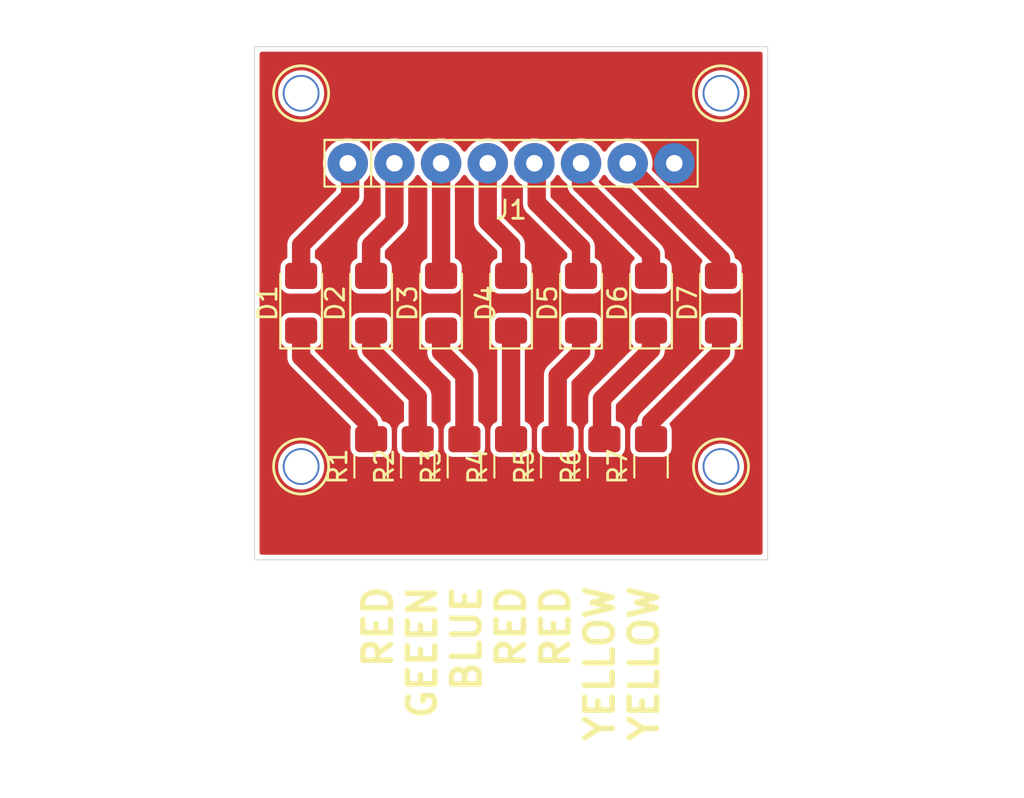
<source format=kicad_pcb>
(kicad_pcb (version 20171130) (host pcbnew "(5.1.6)-1")

  (general
    (thickness 1.6)
    (drawings 8)
    (tracks 39)
    (zones 0)
    (modules 19)
    (nets 16)
  )

  (page A4)
  (layers
    (0 F.Cu signal)
    (31 B.Cu signal)
    (32 B.Adhes user)
    (33 F.Adhes user)
    (34 B.Paste user)
    (35 F.Paste user)
    (36 B.SilkS user)
    (37 F.SilkS user)
    (38 B.Mask user)
    (39 F.Mask user)
    (40 Dwgs.User user)
    (41 Cmts.User user)
    (42 Eco1.User user)
    (43 Eco2.User user)
    (44 Edge.Cuts user)
    (45 Margin user)
    (46 B.CrtYd user)
    (47 F.CrtYd user)
    (48 B.Fab user)
    (49 F.Fab user)
  )

  (setup
    (last_trace_width 1)
    (user_trace_width 1)
    (user_trace_width 1.5)
    (trace_clearance 0.2)
    (zone_clearance 0.508)
    (zone_45_only no)
    (trace_min 0.2)
    (via_size 0.8)
    (via_drill 0.4)
    (via_min_size 0.4)
    (via_min_drill 0.3)
    (uvia_size 0.3)
    (uvia_drill 0.1)
    (uvias_allowed no)
    (uvia_min_size 0.2)
    (uvia_min_drill 0.1)
    (edge_width 0.05)
    (segment_width 0.2)
    (pcb_text_width 0.3)
    (pcb_text_size 1.5 1.5)
    (mod_edge_width 0.12)
    (mod_text_size 1 1)
    (mod_text_width 0.15)
    (pad_size 1.524 1.524)
    (pad_drill 0.762)
    (pad_to_mask_clearance 0.05)
    (aux_axis_origin 48.26 81.28)
    (grid_origin 48.26 81.28)
    (visible_elements 7FFFFFFF)
    (pcbplotparams
      (layerselection 0x010fc_ffffffff)
      (usegerberextensions false)
      (usegerberattributes true)
      (usegerberadvancedattributes true)
      (creategerberjobfile true)
      (excludeedgelayer true)
      (linewidth 0.100000)
      (plotframeref false)
      (viasonmask false)
      (mode 1)
      (useauxorigin false)
      (hpglpennumber 1)
      (hpglpenspeed 20)
      (hpglpendiameter 15.000000)
      (psnegative false)
      (psa4output false)
      (plotreference true)
      (plotvalue true)
      (plotinvisibletext false)
      (padsonsilk false)
      (subtractmaskfromsilk false)
      (outputformat 1)
      (mirror false)
      (drillshape 1)
      (scaleselection 1)
      (outputdirectory ""))
  )

  (net 0 "")
  (net 1 "Net-(D1-Pad1)")
  (net 2 "Net-(D1-Pad2)")
  (net 3 "Net-(D2-Pad2)")
  (net 4 "Net-(D2-Pad1)")
  (net 5 "Net-(D3-Pad1)")
  (net 6 "Net-(D3-Pad2)")
  (net 7 "Net-(D4-Pad2)")
  (net 8 "Net-(D4-Pad1)")
  (net 9 "Net-(D5-Pad1)")
  (net 10 "Net-(D5-Pad2)")
  (net 11 "Net-(D6-Pad2)")
  (net 12 "Net-(D6-Pad1)")
  (net 13 "Net-(D7-Pad1)")
  (net 14 "Net-(D7-Pad2)")
  (net 15 GND)

  (net_class Default "This is the default net class."
    (clearance 0.2)
    (trace_width 0.25)
    (via_dia 0.8)
    (via_drill 0.4)
    (uvia_dia 0.3)
    (uvia_drill 0.1)
    (add_net GND)
    (add_net "Net-(D1-Pad1)")
    (add_net "Net-(D1-Pad2)")
    (add_net "Net-(D2-Pad1)")
    (add_net "Net-(D2-Pad2)")
    (add_net "Net-(D3-Pad1)")
    (add_net "Net-(D3-Pad2)")
    (add_net "Net-(D4-Pad1)")
    (add_net "Net-(D4-Pad2)")
    (add_net "Net-(D5-Pad1)")
    (add_net "Net-(D5-Pad2)")
    (add_net "Net-(D6-Pad1)")
    (add_net "Net-(D6-Pad2)")
    (add_net "Net-(D7-Pad1)")
    (add_net "Net-(D7-Pad2)")
  )

  (module 0_my_footprints:myMountingHole_1.8mm (layer F.Cu) (tedit 67A870B1) (tstamp 67AF96F4)
    (at 50.8 55.88)
    (descr "Mounting Hole 2.5mm, no annular")
    (tags "mounting hole 2.5mm no annular")
    (attr virtual)
    (fp_text reference REF** (at 0 -3.5) (layer B.Fab)
      (effects (font (size 1 1) (thickness 0.15)))
    )
    (fp_text value myMountingHole_1.8mm (at 0 3.5) (layer B.Fab)
      (effects (font (size 1 1) (thickness 0.15)))
    )
    (fp_circle (center 0 0) (end 1.5 0) (layer F.SilkS) (width 0.15))
    (pad "" np_thru_hole circle (at 0 0) (size 2 2) (drill 1.8) (layers *.Cu *.Mask))
  )

  (module 0_my_footprints:myMountingHole_1.8mm (layer F.Cu) (tedit 67A870B1) (tstamp 67AF96F4)
    (at 50.8 76.2)
    (descr "Mounting Hole 2.5mm, no annular")
    (tags "mounting hole 2.5mm no annular")
    (attr virtual)
    (fp_text reference REF** (at 0 -3.5) (layer B.Fab)
      (effects (font (size 1 1) (thickness 0.15)))
    )
    (fp_text value myMountingHole_1.8mm (at 0 3.5) (layer B.Fab)
      (effects (font (size 1 1) (thickness 0.15)))
    )
    (fp_circle (center 0 0) (end 1.5 0) (layer F.SilkS) (width 0.15))
    (pad "" np_thru_hole circle (at 0 0) (size 2 2) (drill 1.8) (layers *.Cu *.Mask))
  )

  (module 0_my_footprints:myMountingHole_1.8mm (layer F.Cu) (tedit 67A870B1) (tstamp 67AF96F4)
    (at 73.66 76.2)
    (descr "Mounting Hole 2.5mm, no annular")
    (tags "mounting hole 2.5mm no annular")
    (attr virtual)
    (fp_text reference REF** (at 0 -3.5) (layer B.Fab)
      (effects (font (size 1 1) (thickness 0.15)))
    )
    (fp_text value myMountingHole_1.8mm (at 0 3.5) (layer B.Fab)
      (effects (font (size 1 1) (thickness 0.15)))
    )
    (fp_circle (center 0 0) (end 1.5 0) (layer F.SilkS) (width 0.15))
    (pad "" np_thru_hole circle (at 0 0) (size 2 2) (drill 1.8) (layers *.Cu *.Mask))
  )

  (module 0_my_footprints:myMountingHole_1.8mm (layer F.Cu) (tedit 67A870B1) (tstamp 67AF96ED)
    (at 73.66 55.88)
    (descr "Mounting Hole 2.5mm, no annular")
    (tags "mounting hole 2.5mm no annular")
    (attr virtual)
    (fp_text reference REF** (at 0 -3.5) (layer B.Fab)
      (effects (font (size 1 1) (thickness 0.15)))
    )
    (fp_text value myMountingHole_1.8mm (at 0 3.5) (layer B.Fab)
      (effects (font (size 1 1) (thickness 0.15)))
    )
    (fp_circle (center 0 0) (end 1.5 0) (layer F.SilkS) (width 0.15))
    (pad "" np_thru_hole circle (at 0 0) (size 2 2) (drill 1.8) (layers *.Cu *.Mask))
  )

  (module Diode_SMD:D_1206_3216Metric_Pad1.42x1.75mm_HandSolder (layer F.Cu) (tedit 5B4B45C8) (tstamp 67AF8788)
    (at 50.8 67.31 90)
    (descr "Diode SMD 1206 (3216 Metric), square (rectangular) end terminal, IPC_7351 nominal, (Body size source: http://www.tortai-tech.com/upload/download/2011102023233369053.pdf), generated with kicad-footprint-generator")
    (tags "diode handsolder")
    (path /67AF597D)
    (attr smd)
    (fp_text reference D1 (at 0 -1.82 90) (layer F.SilkS)
      (effects (font (size 1 1) (thickness 0.15)))
    )
    (fp_text value LED_Small (at 0 1.82 90) (layer F.Fab)
      (effects (font (size 1 1) (thickness 0.15)))
    )
    (fp_line (start 1.6 -0.8) (end -1.2 -0.8) (layer F.Fab) (width 0.1))
    (fp_line (start -1.2 -0.8) (end -1.6 -0.4) (layer F.Fab) (width 0.1))
    (fp_line (start -1.6 -0.4) (end -1.6 0.8) (layer F.Fab) (width 0.1))
    (fp_line (start -1.6 0.8) (end 1.6 0.8) (layer F.Fab) (width 0.1))
    (fp_line (start 1.6 0.8) (end 1.6 -0.8) (layer F.Fab) (width 0.1))
    (fp_line (start 1.6 -1.135) (end -2.46 -1.135) (layer F.SilkS) (width 0.12))
    (fp_line (start -2.46 -1.135) (end -2.46 1.135) (layer F.SilkS) (width 0.12))
    (fp_line (start -2.46 1.135) (end 1.6 1.135) (layer F.SilkS) (width 0.12))
    (fp_line (start -2.45 1.12) (end -2.45 -1.12) (layer F.CrtYd) (width 0.05))
    (fp_line (start -2.45 -1.12) (end 2.45 -1.12) (layer F.CrtYd) (width 0.05))
    (fp_line (start 2.45 -1.12) (end 2.45 1.12) (layer F.CrtYd) (width 0.05))
    (fp_line (start 2.45 1.12) (end -2.45 1.12) (layer F.CrtYd) (width 0.05))
    (fp_text user %R (at 0 0 90) (layer F.Fab)
      (effects (font (size 0.8 0.8) (thickness 0.12)))
    )
    (pad 1 smd roundrect (at -1.4875 0 90) (size 1.425 1.75) (layers F.Cu F.Paste F.Mask) (roundrect_rratio 0.175439)
      (net 1 "Net-(D1-Pad1)"))
    (pad 2 smd roundrect (at 1.4875 0 90) (size 1.425 1.75) (layers F.Cu F.Paste F.Mask) (roundrect_rratio 0.175439)
      (net 2 "Net-(D1-Pad2)"))
    (model ${KISYS3DMOD}/Diode_SMD.3dshapes/D_1206_3216Metric.wrl
      (at (xyz 0 0 0))
      (scale (xyz 1 1 1))
      (rotate (xyz 0 0 0))
    )
  )

  (module Diode_SMD:D_1206_3216Metric_Pad1.42x1.75mm_HandSolder (layer F.Cu) (tedit 5B4B45C8) (tstamp 67AF879B)
    (at 54.61 67.31 90)
    (descr "Diode SMD 1206 (3216 Metric), square (rectangular) end terminal, IPC_7351 nominal, (Body size source: http://www.tortai-tech.com/upload/download/2011102023233369053.pdf), generated with kicad-footprint-generator")
    (tags "diode handsolder")
    (path /67AF922C)
    (attr smd)
    (fp_text reference D2 (at 0 -1.955001 90) (layer F.SilkS)
      (effects (font (size 1 1) (thickness 0.15)))
    )
    (fp_text value LED_Small (at 0 1.82 90) (layer F.Fab)
      (effects (font (size 1 1) (thickness 0.15)))
    )
    (fp_line (start 2.45 1.12) (end -2.45 1.12) (layer F.CrtYd) (width 0.05))
    (fp_line (start 2.45 -1.12) (end 2.45 1.12) (layer F.CrtYd) (width 0.05))
    (fp_line (start -2.45 -1.12) (end 2.45 -1.12) (layer F.CrtYd) (width 0.05))
    (fp_line (start -2.45 1.12) (end -2.45 -1.12) (layer F.CrtYd) (width 0.05))
    (fp_line (start -2.46 1.135) (end 1.6 1.135) (layer F.SilkS) (width 0.12))
    (fp_line (start -2.46 -1.135) (end -2.46 1.135) (layer F.SilkS) (width 0.12))
    (fp_line (start 1.6 -1.135) (end -2.46 -1.135) (layer F.SilkS) (width 0.12))
    (fp_line (start 1.6 0.8) (end 1.6 -0.8) (layer F.Fab) (width 0.1))
    (fp_line (start -1.6 0.8) (end 1.6 0.8) (layer F.Fab) (width 0.1))
    (fp_line (start -1.6 -0.4) (end -1.6 0.8) (layer F.Fab) (width 0.1))
    (fp_line (start -1.2 -0.8) (end -1.6 -0.4) (layer F.Fab) (width 0.1))
    (fp_line (start 1.6 -0.8) (end -1.2 -0.8) (layer F.Fab) (width 0.1))
    (fp_text user %R (at 0 0 90) (layer F.Fab)
      (effects (font (size 0.8 0.8) (thickness 0.12)))
    )
    (pad 2 smd roundrect (at 1.4875 0 90) (size 1.425 1.75) (layers F.Cu F.Paste F.Mask) (roundrect_rratio 0.175439)
      (net 3 "Net-(D2-Pad2)"))
    (pad 1 smd roundrect (at -1.4875 0 90) (size 1.425 1.75) (layers F.Cu F.Paste F.Mask) (roundrect_rratio 0.175439)
      (net 4 "Net-(D2-Pad1)"))
    (model ${KISYS3DMOD}/Diode_SMD.3dshapes/D_1206_3216Metric.wrl
      (at (xyz 0 0 0))
      (scale (xyz 1 1 1))
      (rotate (xyz 0 0 0))
    )
  )

  (module Diode_SMD:D_1206_3216Metric_Pad1.42x1.75mm_HandSolder (layer F.Cu) (tedit 5B4B45C8) (tstamp 67AF87AE)
    (at 58.42 67.31 90)
    (descr "Diode SMD 1206 (3216 Metric), square (rectangular) end terminal, IPC_7351 nominal, (Body size source: http://www.tortai-tech.com/upload/download/2011102023233369053.pdf), generated with kicad-footprint-generator")
    (tags "diode handsolder")
    (path /67AF95F4)
    (attr smd)
    (fp_text reference D3 (at 0 -1.82 90) (layer F.SilkS)
      (effects (font (size 1 1) (thickness 0.15)))
    )
    (fp_text value LED_Small (at 0 1.82 90) (layer F.Fab)
      (effects (font (size 1 1) (thickness 0.15)))
    )
    (fp_line (start 1.6 -0.8) (end -1.2 -0.8) (layer F.Fab) (width 0.1))
    (fp_line (start -1.2 -0.8) (end -1.6 -0.4) (layer F.Fab) (width 0.1))
    (fp_line (start -1.6 -0.4) (end -1.6 0.8) (layer F.Fab) (width 0.1))
    (fp_line (start -1.6 0.8) (end 1.6 0.8) (layer F.Fab) (width 0.1))
    (fp_line (start 1.6 0.8) (end 1.6 -0.8) (layer F.Fab) (width 0.1))
    (fp_line (start 1.6 -1.135) (end -2.46 -1.135) (layer F.SilkS) (width 0.12))
    (fp_line (start -2.46 -1.135) (end -2.46 1.135) (layer F.SilkS) (width 0.12))
    (fp_line (start -2.46 1.135) (end 1.6 1.135) (layer F.SilkS) (width 0.12))
    (fp_line (start -2.45 1.12) (end -2.45 -1.12) (layer F.CrtYd) (width 0.05))
    (fp_line (start -2.45 -1.12) (end 2.45 -1.12) (layer F.CrtYd) (width 0.05))
    (fp_line (start 2.45 -1.12) (end 2.45 1.12) (layer F.CrtYd) (width 0.05))
    (fp_line (start 2.45 1.12) (end -2.45 1.12) (layer F.CrtYd) (width 0.05))
    (fp_text user %R (at 0 0 90) (layer F.Fab)
      (effects (font (size 0.8 0.8) (thickness 0.12)))
    )
    (pad 1 smd roundrect (at -1.4875 0 90) (size 1.425 1.75) (layers F.Cu F.Paste F.Mask) (roundrect_rratio 0.175439)
      (net 5 "Net-(D3-Pad1)"))
    (pad 2 smd roundrect (at 1.4875 0 90) (size 1.425 1.75) (layers F.Cu F.Paste F.Mask) (roundrect_rratio 0.175439)
      (net 6 "Net-(D3-Pad2)"))
    (model ${KISYS3DMOD}/Diode_SMD.3dshapes/D_1206_3216Metric.wrl
      (at (xyz 0 0 0))
      (scale (xyz 1 1 1))
      (rotate (xyz 0 0 0))
    )
  )

  (module Diode_SMD:D_1206_3216Metric_Pad1.42x1.75mm_HandSolder (layer F.Cu) (tedit 5B4B45C8) (tstamp 67AF87C1)
    (at 62.23 67.31 90)
    (descr "Diode SMD 1206 (3216 Metric), square (rectangular) end terminal, IPC_7351 nominal, (Body size source: http://www.tortai-tech.com/upload/download/2011102023233369053.pdf), generated with kicad-footprint-generator")
    (tags "diode handsolder")
    (path /67AF97F8)
    (attr smd)
    (fp_text reference D4 (at 0 -1.385001 90) (layer F.SilkS)
      (effects (font (size 1 1) (thickness 0.15)))
    )
    (fp_text value LED_Small (at 0 1.82 90) (layer F.Fab)
      (effects (font (size 1 1) (thickness 0.15)))
    )
    (fp_line (start 2.45 1.12) (end -2.45 1.12) (layer F.CrtYd) (width 0.05))
    (fp_line (start 2.45 -1.12) (end 2.45 1.12) (layer F.CrtYd) (width 0.05))
    (fp_line (start -2.45 -1.12) (end 2.45 -1.12) (layer F.CrtYd) (width 0.05))
    (fp_line (start -2.45 1.12) (end -2.45 -1.12) (layer F.CrtYd) (width 0.05))
    (fp_line (start -2.46 1.135) (end 1.6 1.135) (layer F.SilkS) (width 0.12))
    (fp_line (start -2.46 -1.135) (end -2.46 1.135) (layer F.SilkS) (width 0.12))
    (fp_line (start 1.6 -1.135) (end -2.46 -1.135) (layer F.SilkS) (width 0.12))
    (fp_line (start 1.6 0.8) (end 1.6 -0.8) (layer F.Fab) (width 0.1))
    (fp_line (start -1.6 0.8) (end 1.6 0.8) (layer F.Fab) (width 0.1))
    (fp_line (start -1.6 -0.4) (end -1.6 0.8) (layer F.Fab) (width 0.1))
    (fp_line (start -1.2 -0.8) (end -1.6 -0.4) (layer F.Fab) (width 0.1))
    (fp_line (start 1.6 -0.8) (end -1.2 -0.8) (layer F.Fab) (width 0.1))
    (fp_text user %R (at 0 0 90) (layer F.Fab)
      (effects (font (size 0.8 0.8) (thickness 0.12)))
    )
    (pad 2 smd roundrect (at 1.4875 0 90) (size 1.425 1.75) (layers F.Cu F.Paste F.Mask) (roundrect_rratio 0.175439)
      (net 7 "Net-(D4-Pad2)"))
    (pad 1 smd roundrect (at -1.4875 0 90) (size 1.425 1.75) (layers F.Cu F.Paste F.Mask) (roundrect_rratio 0.175439)
      (net 8 "Net-(D4-Pad1)"))
    (model ${KISYS3DMOD}/Diode_SMD.3dshapes/D_1206_3216Metric.wrl
      (at (xyz 0 0 0))
      (scale (xyz 1 1 1))
      (rotate (xyz 0 0 0))
    )
  )

  (module Diode_SMD:D_1206_3216Metric_Pad1.42x1.75mm_HandSolder (layer F.Cu) (tedit 5B4B45C8) (tstamp 67AF87D4)
    (at 66.04 67.31 90)
    (descr "Diode SMD 1206 (3216 Metric), square (rectangular) end terminal, IPC_7351 nominal, (Body size source: http://www.tortai-tech.com/upload/download/2011102023233369053.pdf), generated with kicad-footprint-generator")
    (tags "diode handsolder")
    (path /67AF9BA0)
    (attr smd)
    (fp_text reference D5 (at 0 -1.82 90) (layer F.SilkS)
      (effects (font (size 1 1) (thickness 0.15)))
    )
    (fp_text value LED_Small (at 0 1.82 90) (layer F.Fab)
      (effects (font (size 1 1) (thickness 0.15)))
    )
    (fp_line (start 1.6 -0.8) (end -1.2 -0.8) (layer F.Fab) (width 0.1))
    (fp_line (start -1.2 -0.8) (end -1.6 -0.4) (layer F.Fab) (width 0.1))
    (fp_line (start -1.6 -0.4) (end -1.6 0.8) (layer F.Fab) (width 0.1))
    (fp_line (start -1.6 0.8) (end 1.6 0.8) (layer F.Fab) (width 0.1))
    (fp_line (start 1.6 0.8) (end 1.6 -0.8) (layer F.Fab) (width 0.1))
    (fp_line (start 1.6 -1.135) (end -2.46 -1.135) (layer F.SilkS) (width 0.12))
    (fp_line (start -2.46 -1.135) (end -2.46 1.135) (layer F.SilkS) (width 0.12))
    (fp_line (start -2.46 1.135) (end 1.6 1.135) (layer F.SilkS) (width 0.12))
    (fp_line (start -2.45 1.12) (end -2.45 -1.12) (layer F.CrtYd) (width 0.05))
    (fp_line (start -2.45 -1.12) (end 2.45 -1.12) (layer F.CrtYd) (width 0.05))
    (fp_line (start 2.45 -1.12) (end 2.45 1.12) (layer F.CrtYd) (width 0.05))
    (fp_line (start 2.45 1.12) (end -2.45 1.12) (layer F.CrtYd) (width 0.05))
    (fp_text user %R (at 0 0 90) (layer F.Fab)
      (effects (font (size 0.8 0.8) (thickness 0.12)))
    )
    (pad 1 smd roundrect (at -1.4875 0 90) (size 1.425 1.75) (layers F.Cu F.Paste F.Mask) (roundrect_rratio 0.175439)
      (net 9 "Net-(D5-Pad1)"))
    (pad 2 smd roundrect (at 1.4875 0 90) (size 1.425 1.75) (layers F.Cu F.Paste F.Mask) (roundrect_rratio 0.175439)
      (net 10 "Net-(D5-Pad2)"))
    (model ${KISYS3DMOD}/Diode_SMD.3dshapes/D_1206_3216Metric.wrl
      (at (xyz 0 0 0))
      (scale (xyz 1 1 1))
      (rotate (xyz 0 0 0))
    )
  )

  (module Diode_SMD:D_1206_3216Metric_Pad1.42x1.75mm_HandSolder (layer F.Cu) (tedit 5B4B45C8) (tstamp 67AF87E7)
    (at 69.85 67.31 90)
    (descr "Diode SMD 1206 (3216 Metric), square (rectangular) end terminal, IPC_7351 nominal, (Body size source: http://www.tortai-tech.com/upload/download/2011102023233369053.pdf), generated with kicad-footprint-generator")
    (tags "diode handsolder")
    (path /67AF9F24)
    (attr smd)
    (fp_text reference D6 (at 0 -1.82 90) (layer F.SilkS)
      (effects (font (size 1 1) (thickness 0.15)))
    )
    (fp_text value LED_Small (at 0 1.82 90) (layer F.Fab)
      (effects (font (size 1 1) (thickness 0.15)))
    )
    (fp_line (start 2.45 1.12) (end -2.45 1.12) (layer F.CrtYd) (width 0.05))
    (fp_line (start 2.45 -1.12) (end 2.45 1.12) (layer F.CrtYd) (width 0.05))
    (fp_line (start -2.45 -1.12) (end 2.45 -1.12) (layer F.CrtYd) (width 0.05))
    (fp_line (start -2.45 1.12) (end -2.45 -1.12) (layer F.CrtYd) (width 0.05))
    (fp_line (start -2.46 1.135) (end 1.6 1.135) (layer F.SilkS) (width 0.12))
    (fp_line (start -2.46 -1.135) (end -2.46 1.135) (layer F.SilkS) (width 0.12))
    (fp_line (start 1.6 -1.135) (end -2.46 -1.135) (layer F.SilkS) (width 0.12))
    (fp_line (start 1.6 0.8) (end 1.6 -0.8) (layer F.Fab) (width 0.1))
    (fp_line (start -1.6 0.8) (end 1.6 0.8) (layer F.Fab) (width 0.1))
    (fp_line (start -1.6 -0.4) (end -1.6 0.8) (layer F.Fab) (width 0.1))
    (fp_line (start -1.2 -0.8) (end -1.6 -0.4) (layer F.Fab) (width 0.1))
    (fp_line (start 1.6 -0.8) (end -1.2 -0.8) (layer F.Fab) (width 0.1))
    (fp_text user %R (at 0 0 90) (layer F.Fab)
      (effects (font (size 0.8 0.8) (thickness 0.12)))
    )
    (pad 2 smd roundrect (at 1.4875 0 90) (size 1.425 1.75) (layers F.Cu F.Paste F.Mask) (roundrect_rratio 0.175439)
      (net 11 "Net-(D6-Pad2)"))
    (pad 1 smd roundrect (at -1.4875 0 90) (size 1.425 1.75) (layers F.Cu F.Paste F.Mask) (roundrect_rratio 0.175439)
      (net 12 "Net-(D6-Pad1)"))
    (model ${KISYS3DMOD}/Diode_SMD.3dshapes/D_1206_3216Metric.wrl
      (at (xyz 0 0 0))
      (scale (xyz 1 1 1))
      (rotate (xyz 0 0 0))
    )
  )

  (module Diode_SMD:D_1206_3216Metric_Pad1.42x1.75mm_HandSolder (layer F.Cu) (tedit 5B4B45C8) (tstamp 67AF87FA)
    (at 73.66 67.31 90)
    (descr "Diode SMD 1206 (3216 Metric), square (rectangular) end terminal, IPC_7351 nominal, (Body size source: http://www.tortai-tech.com/upload/download/2011102023233369053.pdf), generated with kicad-footprint-generator")
    (tags "diode handsolder")
    (path /67AFA366)
    (attr smd)
    (fp_text reference D7 (at 0 -1.82 90) (layer F.SilkS)
      (effects (font (size 1 1) (thickness 0.15)))
    )
    (fp_text value LED_Small (at 0 1.82 90) (layer F.Fab)
      (effects (font (size 1 1) (thickness 0.15)))
    )
    (fp_line (start 1.6 -0.8) (end -1.2 -0.8) (layer F.Fab) (width 0.1))
    (fp_line (start -1.2 -0.8) (end -1.6 -0.4) (layer F.Fab) (width 0.1))
    (fp_line (start -1.6 -0.4) (end -1.6 0.8) (layer F.Fab) (width 0.1))
    (fp_line (start -1.6 0.8) (end 1.6 0.8) (layer F.Fab) (width 0.1))
    (fp_line (start 1.6 0.8) (end 1.6 -0.8) (layer F.Fab) (width 0.1))
    (fp_line (start 1.6 -1.135) (end -2.46 -1.135) (layer F.SilkS) (width 0.12))
    (fp_line (start -2.46 -1.135) (end -2.46 1.135) (layer F.SilkS) (width 0.12))
    (fp_line (start -2.46 1.135) (end 1.6 1.135) (layer F.SilkS) (width 0.12))
    (fp_line (start -2.45 1.12) (end -2.45 -1.12) (layer F.CrtYd) (width 0.05))
    (fp_line (start -2.45 -1.12) (end 2.45 -1.12) (layer F.CrtYd) (width 0.05))
    (fp_line (start 2.45 -1.12) (end 2.45 1.12) (layer F.CrtYd) (width 0.05))
    (fp_line (start 2.45 1.12) (end -2.45 1.12) (layer F.CrtYd) (width 0.05))
    (fp_text user %R (at 0 0 90) (layer F.Fab)
      (effects (font (size 0.8 0.8) (thickness 0.12)))
    )
    (pad 1 smd roundrect (at -1.4875 0 90) (size 1.425 1.75) (layers F.Cu F.Paste F.Mask) (roundrect_rratio 0.175439)
      (net 13 "Net-(D7-Pad1)"))
    (pad 2 smd roundrect (at 1.4875 0 90) (size 1.425 1.75) (layers F.Cu F.Paste F.Mask) (roundrect_rratio 0.175439)
      (net 14 "Net-(D7-Pad2)"))
    (model ${KISYS3DMOD}/Diode_SMD.3dshapes/D_1206_3216Metric.wrl
      (at (xyz 0 0 0))
      (scale (xyz 1 1 1))
      (rotate (xyz 0 0 0))
    )
  )

  (module 0_my_footprints:my8Pin (layer F.Cu) (tedit 64E3B241) (tstamp 67AF880E)
    (at 60.96 59.69)
    (path /67AF2A0D)
    (fp_text reference J1 (at 1.27 2.54) (layer F.SilkS)
      (effects (font (size 1 1) (thickness 0.15)))
    )
    (fp_text value Conn_01x08 (at 1.27 -2.54) (layer F.Fab)
      (effects (font (size 1 1) (thickness 0.15)))
    )
    (fp_line (start 11.43 1.27) (end 3.81 1.27) (layer F.SilkS) (width 0.12))
    (fp_line (start 11.43 -1.27) (end 11.43 1.27) (layer F.SilkS) (width 0.12))
    (fp_line (start 3.81 -1.27) (end 11.43 -1.27) (layer F.SilkS) (width 0.12))
    (fp_line (start -8.89 -1.27) (end -8.89 1.27) (layer F.SilkS) (width 0.12))
    (fp_line (start -8.89 1.27) (end 3.81 1.27) (layer F.SilkS) (width 0.12))
    (fp_line (start 3.81 -1.27) (end -8.89 -1.27) (layer F.SilkS) (width 0.12))
    (fp_line (start -8.89 -1.27) (end -6.35 -1.27) (layer F.SilkS) (width 0.12))
    (fp_line (start -6.35 -1.27) (end -6.35 1.27) (layer F.SilkS) (width 0.12))
    (pad 1 thru_hole circle (at -7.62 0) (size 2.2 2.2) (drill 0.9) (layers *.Cu *.Mask)
      (net 2 "Net-(D1-Pad2)"))
    (pad 2 thru_hole circle (at -5.08 0) (size 2.2 2.2) (drill 0.9) (layers *.Cu *.Mask)
      (net 3 "Net-(D2-Pad2)"))
    (pad 3 thru_hole circle (at -2.54 0) (size 2.2 2.2) (drill 0.9) (layers *.Cu *.Mask)
      (net 6 "Net-(D3-Pad2)"))
    (pad 4 thru_hole circle (at 0 0) (size 2.2 2.2) (drill 0.9) (layers *.Cu *.Mask)
      (net 7 "Net-(D4-Pad2)"))
    (pad 5 thru_hole circle (at 2.54 0) (size 2.2 2.2) (drill 0.9) (layers *.Cu *.Mask)
      (net 10 "Net-(D5-Pad2)"))
    (pad 6 thru_hole circle (at 5.08 0) (size 2.2 2.2) (drill 0.9) (layers *.Cu *.Mask)
      (net 11 "Net-(D6-Pad2)"))
    (pad 7 thru_hole circle (at 7.62 0) (size 2.2 2.2) (drill 0.9) (layers *.Cu *.Mask)
      (net 14 "Net-(D7-Pad2)"))
    (pad 8 thru_hole circle (at 10.16 0) (size 2.2 2.2) (drill 0.9) (layers *.Cu *.Mask)
      (net 15 GND))
  )

  (module Resistor_SMD:R_1206_3216Metric_Pad1.42x1.75mm_HandSolder (layer F.Cu) (tedit 5B301BBD) (tstamp 67AF881F)
    (at 54.61 76.2 90)
    (descr "Resistor SMD 1206 (3216 Metric), square (rectangular) end terminal, IPC_7351 nominal with elongated pad for handsoldering. (Body size source: http://www.tortai-tech.com/upload/download/2011102023233369053.pdf), generated with kicad-footprint-generator")
    (tags "resistor handsolder")
    (path /67AF663F)
    (attr smd)
    (fp_text reference R1 (at 0 -1.82 90) (layer F.SilkS)
      (effects (font (size 1 1) (thickness 0.15)))
    )
    (fp_text value R_Small (at 0 1.82 90) (layer F.Fab)
      (effects (font (size 1 1) (thickness 0.15)))
    )
    (fp_line (start -1.6 0.8) (end -1.6 -0.8) (layer F.Fab) (width 0.1))
    (fp_line (start -1.6 -0.8) (end 1.6 -0.8) (layer F.Fab) (width 0.1))
    (fp_line (start 1.6 -0.8) (end 1.6 0.8) (layer F.Fab) (width 0.1))
    (fp_line (start 1.6 0.8) (end -1.6 0.8) (layer F.Fab) (width 0.1))
    (fp_line (start -0.602064 -0.91) (end 0.602064 -0.91) (layer F.SilkS) (width 0.12))
    (fp_line (start -0.602064 0.91) (end 0.602064 0.91) (layer F.SilkS) (width 0.12))
    (fp_line (start -2.45 1.12) (end -2.45 -1.12) (layer F.CrtYd) (width 0.05))
    (fp_line (start -2.45 -1.12) (end 2.45 -1.12) (layer F.CrtYd) (width 0.05))
    (fp_line (start 2.45 -1.12) (end 2.45 1.12) (layer F.CrtYd) (width 0.05))
    (fp_line (start 2.45 1.12) (end -2.45 1.12) (layer F.CrtYd) (width 0.05))
    (fp_text user %R (at 0 0 90) (layer F.Fab)
      (effects (font (size 0.8 0.8) (thickness 0.12)))
    )
    (pad 1 smd roundrect (at -1.4875 0 90) (size 1.425 1.75) (layers F.Cu F.Paste F.Mask) (roundrect_rratio 0.175439)
      (net 15 GND))
    (pad 2 smd roundrect (at 1.4875 0 90) (size 1.425 1.75) (layers F.Cu F.Paste F.Mask) (roundrect_rratio 0.175439)
      (net 1 "Net-(D1-Pad1)"))
    (model ${KISYS3DMOD}/Resistor_SMD.3dshapes/R_1206_3216Metric.wrl
      (at (xyz 0 0 0))
      (scale (xyz 1 1 1))
      (rotate (xyz 0 0 0))
    )
  )

  (module Resistor_SMD:R_1206_3216Metric_Pad1.42x1.75mm_HandSolder (layer F.Cu) (tedit 5B301BBD) (tstamp 67AF8830)
    (at 57.15 76.2 90)
    (descr "Resistor SMD 1206 (3216 Metric), square (rectangular) end terminal, IPC_7351 nominal with elongated pad for handsoldering. (Body size source: http://www.tortai-tech.com/upload/download/2011102023233369053.pdf), generated with kicad-footprint-generator")
    (tags "resistor handsolder")
    (path /67AF9232)
    (attr smd)
    (fp_text reference R2 (at 0 -1.82 90) (layer F.SilkS)
      (effects (font (size 1 1) (thickness 0.15)))
    )
    (fp_text value R_Small (at 0 1.82 90) (layer F.Fab)
      (effects (font (size 1 1) (thickness 0.15)))
    )
    (fp_line (start 2.45 1.12) (end -2.45 1.12) (layer F.CrtYd) (width 0.05))
    (fp_line (start 2.45 -1.12) (end 2.45 1.12) (layer F.CrtYd) (width 0.05))
    (fp_line (start -2.45 -1.12) (end 2.45 -1.12) (layer F.CrtYd) (width 0.05))
    (fp_line (start -2.45 1.12) (end -2.45 -1.12) (layer F.CrtYd) (width 0.05))
    (fp_line (start -0.602064 0.91) (end 0.602064 0.91) (layer F.SilkS) (width 0.12))
    (fp_line (start -0.602064 -0.91) (end 0.602064 -0.91) (layer F.SilkS) (width 0.12))
    (fp_line (start 1.6 0.8) (end -1.6 0.8) (layer F.Fab) (width 0.1))
    (fp_line (start 1.6 -0.8) (end 1.6 0.8) (layer F.Fab) (width 0.1))
    (fp_line (start -1.6 -0.8) (end 1.6 -0.8) (layer F.Fab) (width 0.1))
    (fp_line (start -1.6 0.8) (end -1.6 -0.8) (layer F.Fab) (width 0.1))
    (fp_text user %R (at 0 0 90) (layer F.Fab)
      (effects (font (size 0.8 0.8) (thickness 0.12)))
    )
    (pad 2 smd roundrect (at 1.4875 0 90) (size 1.425 1.75) (layers F.Cu F.Paste F.Mask) (roundrect_rratio 0.175439)
      (net 4 "Net-(D2-Pad1)"))
    (pad 1 smd roundrect (at -1.4875 0 90) (size 1.425 1.75) (layers F.Cu F.Paste F.Mask) (roundrect_rratio 0.175439)
      (net 15 GND))
    (model ${KISYS3DMOD}/Resistor_SMD.3dshapes/R_1206_3216Metric.wrl
      (at (xyz 0 0 0))
      (scale (xyz 1 1 1))
      (rotate (xyz 0 0 0))
    )
  )

  (module Resistor_SMD:R_1206_3216Metric_Pad1.42x1.75mm_HandSolder (layer F.Cu) (tedit 5B301BBD) (tstamp 67AF8841)
    (at 59.69 76.2 90)
    (descr "Resistor SMD 1206 (3216 Metric), square (rectangular) end terminal, IPC_7351 nominal with elongated pad for handsoldering. (Body size source: http://www.tortai-tech.com/upload/download/2011102023233369053.pdf), generated with kicad-footprint-generator")
    (tags "resistor handsolder")
    (path /67AF95FA)
    (attr smd)
    (fp_text reference R3 (at 0 -1.82 90) (layer F.SilkS)
      (effects (font (size 1 1) (thickness 0.15)))
    )
    (fp_text value R_Small (at 0 1.82 90) (layer F.Fab)
      (effects (font (size 1 1) (thickness 0.15)))
    )
    (fp_line (start -1.6 0.8) (end -1.6 -0.8) (layer F.Fab) (width 0.1))
    (fp_line (start -1.6 -0.8) (end 1.6 -0.8) (layer F.Fab) (width 0.1))
    (fp_line (start 1.6 -0.8) (end 1.6 0.8) (layer F.Fab) (width 0.1))
    (fp_line (start 1.6 0.8) (end -1.6 0.8) (layer F.Fab) (width 0.1))
    (fp_line (start -0.602064 -0.91) (end 0.602064 -0.91) (layer F.SilkS) (width 0.12))
    (fp_line (start -0.602064 0.91) (end 0.602064 0.91) (layer F.SilkS) (width 0.12))
    (fp_line (start -2.45 1.12) (end -2.45 -1.12) (layer F.CrtYd) (width 0.05))
    (fp_line (start -2.45 -1.12) (end 2.45 -1.12) (layer F.CrtYd) (width 0.05))
    (fp_line (start 2.45 -1.12) (end 2.45 1.12) (layer F.CrtYd) (width 0.05))
    (fp_line (start 2.45 1.12) (end -2.45 1.12) (layer F.CrtYd) (width 0.05))
    (fp_text user %R (at 0 0 90) (layer F.Fab)
      (effects (font (size 0.8 0.8) (thickness 0.12)))
    )
    (pad 1 smd roundrect (at -1.4875 0 90) (size 1.425 1.75) (layers F.Cu F.Paste F.Mask) (roundrect_rratio 0.175439)
      (net 15 GND))
    (pad 2 smd roundrect (at 1.4875 0 90) (size 1.425 1.75) (layers F.Cu F.Paste F.Mask) (roundrect_rratio 0.175439)
      (net 5 "Net-(D3-Pad1)"))
    (model ${KISYS3DMOD}/Resistor_SMD.3dshapes/R_1206_3216Metric.wrl
      (at (xyz 0 0 0))
      (scale (xyz 1 1 1))
      (rotate (xyz 0 0 0))
    )
  )

  (module Resistor_SMD:R_1206_3216Metric_Pad1.42x1.75mm_HandSolder (layer F.Cu) (tedit 5B301BBD) (tstamp 67AF8852)
    (at 62.23 76.2 90)
    (descr "Resistor SMD 1206 (3216 Metric), square (rectangular) end terminal, IPC_7351 nominal with elongated pad for handsoldering. (Body size source: http://www.tortai-tech.com/upload/download/2011102023233369053.pdf), generated with kicad-footprint-generator")
    (tags "resistor handsolder")
    (path /67AF97FE)
    (attr smd)
    (fp_text reference R4 (at 0 -1.82 90) (layer F.SilkS)
      (effects (font (size 1 1) (thickness 0.15)))
    )
    (fp_text value R_Small (at 0 1.82 90) (layer F.Fab)
      (effects (font (size 1 1) (thickness 0.15)))
    )
    (fp_line (start 2.45 1.12) (end -2.45 1.12) (layer F.CrtYd) (width 0.05))
    (fp_line (start 2.45 -1.12) (end 2.45 1.12) (layer F.CrtYd) (width 0.05))
    (fp_line (start -2.45 -1.12) (end 2.45 -1.12) (layer F.CrtYd) (width 0.05))
    (fp_line (start -2.45 1.12) (end -2.45 -1.12) (layer F.CrtYd) (width 0.05))
    (fp_line (start -0.602064 0.91) (end 0.602064 0.91) (layer F.SilkS) (width 0.12))
    (fp_line (start -0.602064 -0.91) (end 0.602064 -0.91) (layer F.SilkS) (width 0.12))
    (fp_line (start 1.6 0.8) (end -1.6 0.8) (layer F.Fab) (width 0.1))
    (fp_line (start 1.6 -0.8) (end 1.6 0.8) (layer F.Fab) (width 0.1))
    (fp_line (start -1.6 -0.8) (end 1.6 -0.8) (layer F.Fab) (width 0.1))
    (fp_line (start -1.6 0.8) (end -1.6 -0.8) (layer F.Fab) (width 0.1))
    (fp_text user %R (at 0 0 90) (layer F.Fab)
      (effects (font (size 0.8 0.8) (thickness 0.12)))
    )
    (pad 2 smd roundrect (at 1.4875 0 90) (size 1.425 1.75) (layers F.Cu F.Paste F.Mask) (roundrect_rratio 0.175439)
      (net 8 "Net-(D4-Pad1)"))
    (pad 1 smd roundrect (at -1.4875 0 90) (size 1.425 1.75) (layers F.Cu F.Paste F.Mask) (roundrect_rratio 0.175439)
      (net 15 GND))
    (model ${KISYS3DMOD}/Resistor_SMD.3dshapes/R_1206_3216Metric.wrl
      (at (xyz 0 0 0))
      (scale (xyz 1 1 1))
      (rotate (xyz 0 0 0))
    )
  )

  (module Resistor_SMD:R_1206_3216Metric_Pad1.42x1.75mm_HandSolder (layer F.Cu) (tedit 5B301BBD) (tstamp 67AF8863)
    (at 64.77 76.2 90)
    (descr "Resistor SMD 1206 (3216 Metric), square (rectangular) end terminal, IPC_7351 nominal with elongated pad for handsoldering. (Body size source: http://www.tortai-tech.com/upload/download/2011102023233369053.pdf), generated with kicad-footprint-generator")
    (tags "resistor handsolder")
    (path /67AF9BA6)
    (attr smd)
    (fp_text reference R5 (at 0 -1.82 90) (layer F.SilkS)
      (effects (font (size 1 1) (thickness 0.15)))
    )
    (fp_text value R_Small (at 0 1.82 90) (layer F.Fab)
      (effects (font (size 1 1) (thickness 0.15)))
    )
    (fp_line (start -1.6 0.8) (end -1.6 -0.8) (layer F.Fab) (width 0.1))
    (fp_line (start -1.6 -0.8) (end 1.6 -0.8) (layer F.Fab) (width 0.1))
    (fp_line (start 1.6 -0.8) (end 1.6 0.8) (layer F.Fab) (width 0.1))
    (fp_line (start 1.6 0.8) (end -1.6 0.8) (layer F.Fab) (width 0.1))
    (fp_line (start -0.602064 -0.91) (end 0.602064 -0.91) (layer F.SilkS) (width 0.12))
    (fp_line (start -0.602064 0.91) (end 0.602064 0.91) (layer F.SilkS) (width 0.12))
    (fp_line (start -2.45 1.12) (end -2.45 -1.12) (layer F.CrtYd) (width 0.05))
    (fp_line (start -2.45 -1.12) (end 2.45 -1.12) (layer F.CrtYd) (width 0.05))
    (fp_line (start 2.45 -1.12) (end 2.45 1.12) (layer F.CrtYd) (width 0.05))
    (fp_line (start 2.45 1.12) (end -2.45 1.12) (layer F.CrtYd) (width 0.05))
    (fp_text user %R (at 0 0 90) (layer F.Fab)
      (effects (font (size 0.8 0.8) (thickness 0.12)))
    )
    (pad 1 smd roundrect (at -1.4875 0 90) (size 1.425 1.75) (layers F.Cu F.Paste F.Mask) (roundrect_rratio 0.175439)
      (net 15 GND))
    (pad 2 smd roundrect (at 1.4875 0 90) (size 1.425 1.75) (layers F.Cu F.Paste F.Mask) (roundrect_rratio 0.175439)
      (net 9 "Net-(D5-Pad1)"))
    (model ${KISYS3DMOD}/Resistor_SMD.3dshapes/R_1206_3216Metric.wrl
      (at (xyz 0 0 0))
      (scale (xyz 1 1 1))
      (rotate (xyz 0 0 0))
    )
  )

  (module Resistor_SMD:R_1206_3216Metric_Pad1.42x1.75mm_HandSolder (layer F.Cu) (tedit 5B301BBD) (tstamp 67AF8874)
    (at 67.31 76.2 90)
    (descr "Resistor SMD 1206 (3216 Metric), square (rectangular) end terminal, IPC_7351 nominal with elongated pad for handsoldering. (Body size source: http://www.tortai-tech.com/upload/download/2011102023233369053.pdf), generated with kicad-footprint-generator")
    (tags "resistor handsolder")
    (path /67AF9F2A)
    (attr smd)
    (fp_text reference R6 (at 0 -1.82 90) (layer F.SilkS)
      (effects (font (size 1 1) (thickness 0.15)))
    )
    (fp_text value R_Small (at 0 1.82 90) (layer F.Fab)
      (effects (font (size 1 1) (thickness 0.15)))
    )
    (fp_line (start 2.45 1.12) (end -2.45 1.12) (layer F.CrtYd) (width 0.05))
    (fp_line (start 2.45 -1.12) (end 2.45 1.12) (layer F.CrtYd) (width 0.05))
    (fp_line (start -2.45 -1.12) (end 2.45 -1.12) (layer F.CrtYd) (width 0.05))
    (fp_line (start -2.45 1.12) (end -2.45 -1.12) (layer F.CrtYd) (width 0.05))
    (fp_line (start -0.602064 0.91) (end 0.602064 0.91) (layer F.SilkS) (width 0.12))
    (fp_line (start -0.602064 -0.91) (end 0.602064 -0.91) (layer F.SilkS) (width 0.12))
    (fp_line (start 1.6 0.8) (end -1.6 0.8) (layer F.Fab) (width 0.1))
    (fp_line (start 1.6 -0.8) (end 1.6 0.8) (layer F.Fab) (width 0.1))
    (fp_line (start -1.6 -0.8) (end 1.6 -0.8) (layer F.Fab) (width 0.1))
    (fp_line (start -1.6 0.8) (end -1.6 -0.8) (layer F.Fab) (width 0.1))
    (fp_text user %R (at 0 0 90) (layer F.Fab)
      (effects (font (size 0.8 0.8) (thickness 0.12)))
    )
    (pad 2 smd roundrect (at 1.4875 0 90) (size 1.425 1.75) (layers F.Cu F.Paste F.Mask) (roundrect_rratio 0.175439)
      (net 12 "Net-(D6-Pad1)"))
    (pad 1 smd roundrect (at -1.4875 0 90) (size 1.425 1.75) (layers F.Cu F.Paste F.Mask) (roundrect_rratio 0.175439)
      (net 15 GND))
    (model ${KISYS3DMOD}/Resistor_SMD.3dshapes/R_1206_3216Metric.wrl
      (at (xyz 0 0 0))
      (scale (xyz 1 1 1))
      (rotate (xyz 0 0 0))
    )
  )

  (module Resistor_SMD:R_1206_3216Metric_Pad1.42x1.75mm_HandSolder (layer F.Cu) (tedit 5B301BBD) (tstamp 67AF8885)
    (at 69.85 76.2 90)
    (descr "Resistor SMD 1206 (3216 Metric), square (rectangular) end terminal, IPC_7351 nominal with elongated pad for handsoldering. (Body size source: http://www.tortai-tech.com/upload/download/2011102023233369053.pdf), generated with kicad-footprint-generator")
    (tags "resistor handsolder")
    (path /67AFA36C)
    (attr smd)
    (fp_text reference R7 (at 0 -1.82 90) (layer F.SilkS)
      (effects (font (size 1 1) (thickness 0.15)))
    )
    (fp_text value R_Small (at 0 1.82 90) (layer F.Fab)
      (effects (font (size 1 1) (thickness 0.15)))
    )
    (fp_line (start -1.6 0.8) (end -1.6 -0.8) (layer F.Fab) (width 0.1))
    (fp_line (start -1.6 -0.8) (end 1.6 -0.8) (layer F.Fab) (width 0.1))
    (fp_line (start 1.6 -0.8) (end 1.6 0.8) (layer F.Fab) (width 0.1))
    (fp_line (start 1.6 0.8) (end -1.6 0.8) (layer F.Fab) (width 0.1))
    (fp_line (start -0.602064 -0.91) (end 0.602064 -0.91) (layer F.SilkS) (width 0.12))
    (fp_line (start -0.602064 0.91) (end 0.602064 0.91) (layer F.SilkS) (width 0.12))
    (fp_line (start -2.45 1.12) (end -2.45 -1.12) (layer F.CrtYd) (width 0.05))
    (fp_line (start -2.45 -1.12) (end 2.45 -1.12) (layer F.CrtYd) (width 0.05))
    (fp_line (start 2.45 -1.12) (end 2.45 1.12) (layer F.CrtYd) (width 0.05))
    (fp_line (start 2.45 1.12) (end -2.45 1.12) (layer F.CrtYd) (width 0.05))
    (fp_text user %R (at 0 0 90) (layer F.Fab)
      (effects (font (size 0.8 0.8) (thickness 0.12)))
    )
    (pad 1 smd roundrect (at -1.4875 0 90) (size 1.425 1.75) (layers F.Cu F.Paste F.Mask) (roundrect_rratio 0.175439)
      (net 15 GND))
    (pad 2 smd roundrect (at 1.4875 0 90) (size 1.425 1.75) (layers F.Cu F.Paste F.Mask) (roundrect_rratio 0.175439)
      (net 13 "Net-(D7-Pad1)"))
    (model ${KISYS3DMOD}/Resistor_SMD.3dshapes/R_1206_3216Metric.wrl
      (at (xyz 0 0 0))
      (scale (xyz 1 1 1))
      (rotate (xyz 0 0 0))
    )
  )

  (dimension 27.94 (width 0.15) (layer Dwgs.User)
    (gr_text "27.940 mm" (at 62.23 94.01) (layer Dwgs.User)
      (effects (font (size 1 1) (thickness 0.15)))
    )
    (feature1 (pts (xy 76.2 81.28) (xy 76.2 93.296421)))
    (feature2 (pts (xy 48.26 81.28) (xy 48.26 93.296421)))
    (crossbar (pts (xy 48.26 92.71) (xy 76.2 92.71)))
    (arrow1a (pts (xy 76.2 92.71) (xy 75.073496 93.296421)))
    (arrow1b (pts (xy 76.2 92.71) (xy 75.073496 92.123579)))
    (arrow2a (pts (xy 48.26 92.71) (xy 49.386504 93.296421)))
    (arrow2b (pts (xy 48.26 92.71) (xy 49.386504 92.123579)))
  )
  (dimension 27.94 (width 0.15) (layer Dwgs.User)
    (gr_text "27.940 mm" (at 38.07 67.31 270) (layer Dwgs.User)
      (effects (font (size 1 1) (thickness 0.15)))
    )
    (feature1 (pts (xy 48.26 81.28) (xy 38.783579 81.28)))
    (feature2 (pts (xy 48.26 53.34) (xy 38.783579 53.34)))
    (crossbar (pts (xy 39.37 53.34) (xy 39.37 81.28)))
    (arrow1a (pts (xy 39.37 81.28) (xy 38.783579 80.153496)))
    (arrow1b (pts (xy 39.37 81.28) (xy 39.956421 80.153496)))
    (arrow2a (pts (xy 39.37 53.34) (xy 38.783579 54.466504)))
    (arrow2b (pts (xy 39.37 53.34) (xy 39.956421 54.466504)))
  )
  (gr_text 100 (at 57.15 92.71 90) (layer Dwgs.User)
    (effects (font (size 1 1) (thickness 0.15)))
  )
  (gr_text "RED\nGEEEN\nBLUE\nRED\nRED\nYELLOW\nYELLOW" (at 62.23 82.55 90) (layer F.SilkS)
    (effects (font (size 1.5 1.5) (thickness 0.3)) (justify right))
  )
  (gr_line (start 48.26 81.28) (end 48.26 53.34) (layer Edge.Cuts) (width 0.05) (tstamp 67AF9719))
  (gr_line (start 76.2 81.28) (end 48.26 81.28) (layer Edge.Cuts) (width 0.05))
  (gr_line (start 76.2 53.34) (end 76.2 81.28) (layer Edge.Cuts) (width 0.05))
  (gr_line (start 48.26 53.34) (end 76.2 53.34) (layer Edge.Cuts) (width 0.05))

  (segment (start 50.8 68.7975) (end 50.8 70.231) (width 1) (layer F.Cu) (net 1))
  (segment (start 50.8 70.231) (end 54.483 73.914) (width 1) (layer F.Cu) (net 1))
  (segment (start 54.483 73.914) (end 54.483 74.422) (width 1) (layer F.Cu) (net 1))
  (segment (start 50.8 65.8225) (end 50.8 64.135) (width 1) (layer F.Cu) (net 2))
  (segment (start 50.8 64.135) (end 53.467 61.468) (width 1) (layer F.Cu) (net 2))
  (segment (start 53.467 61.468) (end 53.467 59.69) (width 1) (layer F.Cu) (net 2))
  (segment (start 54.61 65.8225) (end 54.61 64.389) (width 1) (layer F.Cu) (net 3))
  (segment (start 54.61 64.389) (end 54.61 64.135) (width 1) (layer F.Cu) (net 3))
  (segment (start 54.61 64.135) (end 55.88 62.865) (width 1) (layer F.Cu) (net 3))
  (segment (start 55.88 62.865) (end 55.88 59.817) (width 1) (layer F.Cu) (net 3))
  (segment (start 54.61 68.7975) (end 54.61 69.85) (width 1) (layer F.Cu) (net 4))
  (segment (start 54.61 69.85) (end 57.15 72.39) (width 1) (layer F.Cu) (net 4))
  (segment (start 57.15 72.39) (end 57.15 74.422) (width 1) (layer F.Cu) (net 4))
  (segment (start 58.42 68.7975) (end 58.42 69.977) (width 1) (layer F.Cu) (net 5))
  (segment (start 58.42 69.977) (end 59.69 71.247) (width 1) (layer F.Cu) (net 5))
  (segment (start 59.69 71.247) (end 59.69 74.549) (width 1) (layer F.Cu) (net 5))
  (segment (start 58.42 59.69) (end 58.42 66.04) (width 1) (layer F.Cu) (net 6))
  (segment (start 60.96 59.69) (end 60.96 62.865) (width 1) (layer F.Cu) (net 7))
  (segment (start 60.96 62.865) (end 62.103 64.008) (width 1) (layer F.Cu) (net 7))
  (segment (start 62.103 64.008) (end 62.23 64.135) (width 1) (layer F.Cu) (net 7))
  (segment (start 62.23 64.135) (end 62.23 65.659) (width 1) (layer F.Cu) (net 7))
  (segment (start 62.23 68.7975) (end 62.23 74.295) (width 1) (layer F.Cu) (net 8))
  (segment (start 66.04 68.7975) (end 66.04 69.977) (width 1) (layer F.Cu) (net 9))
  (segment (start 66.04 69.977) (end 64.77 71.247) (width 1) (layer F.Cu) (net 9))
  (segment (start 64.77 71.247) (end 64.77 74.549) (width 1) (layer F.Cu) (net 9))
  (segment (start 66.04 65.8225) (end 66.04 64.262) (width 1) (layer F.Cu) (net 10))
  (segment (start 66.04 64.262) (end 63.627 61.849) (width 1) (layer F.Cu) (net 10))
  (segment (start 63.627 61.849) (end 63.627 59.563) (width 1) (layer F.Cu) (net 10))
  (segment (start 69.85 65.8225) (end 69.85 64.643) (width 1) (layer F.Cu) (net 11))
  (segment (start 69.85 64.643) (end 66.04 60.833) (width 1) (layer F.Cu) (net 11))
  (segment (start 66.04 60.833) (end 66.04 59.69) (width 1) (layer F.Cu) (net 11))
  (segment (start 69.85 68.7975) (end 69.85 69.85) (width 1) (layer F.Cu) (net 12))
  (segment (start 69.85 69.85) (end 67.183 72.517) (width 1) (layer F.Cu) (net 12))
  (segment (start 67.183 72.517) (end 67.183 74.549) (width 1) (layer F.Cu) (net 12))
  (segment (start 73.66 68.7975) (end 73.66 69.977) (width 1) (layer F.Cu) (net 13))
  (segment (start 73.66 69.977) (end 69.85 73.787) (width 1) (layer F.Cu) (net 13))
  (segment (start 69.85 73.787) (end 69.85 74.676) (width 1) (layer F.Cu) (net 13))
  (segment (start 73.66 65.8225) (end 73.66 64.897) (width 1) (layer F.Cu) (net 14))
  (segment (start 73.66 64.897) (end 68.58 59.817) (width 1) (layer F.Cu) (net 14))

  (zone (net 15) (net_name GND) (layer F.Cu) (tstamp 0) (hatch edge 0.508)
    (connect_pads yes (clearance 0.25))
    (min_thickness 0.26)
    (fill yes (arc_segments 32) (thermal_gap 0.508) (thermal_bridge_width 0.508))
    (polygon
      (pts
        (xy 90.17 88.9) (xy 38.1 88.9) (xy 38.1 50.8) (xy 90.17 50.8)
      )
    )
    (filled_polygon
      (pts
        (xy 75.795001 80.875) (xy 48.665 80.875) (xy 48.665 76.064082) (xy 49.42 76.064082) (xy 49.42 76.335918)
        (xy 49.473033 76.602531) (xy 49.57706 76.853675) (xy 49.728084 77.079699) (xy 49.920301 77.271916) (xy 50.146325 77.42294)
        (xy 50.397469 77.526967) (xy 50.664082 77.58) (xy 50.935918 77.58) (xy 51.202531 77.526967) (xy 51.453675 77.42294)
        (xy 51.679699 77.271916) (xy 51.871916 77.079699) (xy 52.02294 76.853675) (xy 52.126967 76.602531) (xy 52.18 76.335918)
        (xy 52.18 76.064082) (xy 72.28 76.064082) (xy 72.28 76.335918) (xy 72.333033 76.602531) (xy 72.43706 76.853675)
        (xy 72.588084 77.079699) (xy 72.780301 77.271916) (xy 73.006325 77.42294) (xy 73.257469 77.526967) (xy 73.524082 77.58)
        (xy 73.795918 77.58) (xy 74.062531 77.526967) (xy 74.313675 77.42294) (xy 74.539699 77.271916) (xy 74.731916 77.079699)
        (xy 74.88294 76.853675) (xy 74.986967 76.602531) (xy 75.04 76.335918) (xy 75.04 76.064082) (xy 74.986967 75.797469)
        (xy 74.88294 75.546325) (xy 74.731916 75.320301) (xy 74.539699 75.128084) (xy 74.313675 74.97706) (xy 74.062531 74.873033)
        (xy 73.795918 74.82) (xy 73.524082 74.82) (xy 73.257469 74.873033) (xy 73.006325 74.97706) (xy 72.780301 75.128084)
        (xy 72.588084 75.320301) (xy 72.43706 75.546325) (xy 72.333033 75.797469) (xy 72.28 76.064082) (xy 52.18 76.064082)
        (xy 52.126967 75.797469) (xy 52.02294 75.546325) (xy 51.871916 75.320301) (xy 51.679699 75.128084) (xy 51.453675 74.97706)
        (xy 51.202531 74.873033) (xy 50.935918 74.82) (xy 50.664082 74.82) (xy 50.397469 74.873033) (xy 50.146325 74.97706)
        (xy 49.920301 75.128084) (xy 49.728084 75.320301) (xy 49.57706 75.546325) (xy 49.473033 75.797469) (xy 49.42 76.064082)
        (xy 48.665 76.064082) (xy 48.665 68.335) (xy 49.543162 68.335) (xy 49.543162 69.26) (xy 49.555303 69.383265)
        (xy 49.591258 69.501794) (xy 49.649646 69.61103) (xy 49.728223 69.706777) (xy 49.82397 69.785354) (xy 49.920001 69.836684)
        (xy 49.920001 70.187777) (xy 49.915744 70.231) (xy 49.932734 70.40351) (xy 49.983053 70.56939) (xy 50.000625 70.602264)
        (xy 50.064768 70.722267) (xy 50.174737 70.856264) (xy 50.208309 70.883816) (xy 53.385301 74.060809) (xy 53.365303 74.126735)
        (xy 53.353162 74.25) (xy 53.353162 75.175) (xy 53.365303 75.298265) (xy 53.401258 75.416794) (xy 53.459646 75.52603)
        (xy 53.538223 75.621777) (xy 53.63397 75.700354) (xy 53.743206 75.758742) (xy 53.861735 75.794697) (xy 53.985 75.806838)
        (xy 55.235 75.806838) (xy 55.358265 75.794697) (xy 55.476794 75.758742) (xy 55.58603 75.700354) (xy 55.681777 75.621777)
        (xy 55.760354 75.52603) (xy 55.818742 75.416794) (xy 55.854697 75.298265) (xy 55.866838 75.175) (xy 55.866838 74.25)
        (xy 55.854697 74.126735) (xy 55.818742 74.008206) (xy 55.760354 73.89897) (xy 55.681777 73.803223) (xy 55.58603 73.724646)
        (xy 55.476794 73.666258) (xy 55.358265 73.630303) (xy 55.315253 73.626067) (xy 55.312855 73.618162) (xy 55.299947 73.575609)
        (xy 55.218233 73.422733) (xy 55.108264 73.288736) (xy 55.074693 73.261185) (xy 51.68 69.866493) (xy 51.68 69.836683)
        (xy 51.77603 69.785354) (xy 51.871777 69.706777) (xy 51.950354 69.61103) (xy 52.008742 69.501794) (xy 52.044697 69.383265)
        (xy 52.056838 69.26) (xy 52.056838 68.335) (xy 53.353162 68.335) (xy 53.353162 69.26) (xy 53.365303 69.383265)
        (xy 53.401258 69.501794) (xy 53.459646 69.61103) (xy 53.538223 69.706777) (xy 53.63397 69.785354) (xy 53.727203 69.835188)
        (xy 53.725744 69.85) (xy 53.742734 70.02251) (xy 53.793053 70.18839) (xy 53.793054 70.188391) (xy 53.874768 70.341267)
        (xy 53.984737 70.475264) (xy 54.018309 70.502816) (xy 56.27 72.754508) (xy 56.270001 73.673316) (xy 56.17397 73.724646)
        (xy 56.078223 73.803223) (xy 55.999646 73.89897) (xy 55.941258 74.008206) (xy 55.905303 74.126735) (xy 55.893162 74.25)
        (xy 55.893162 75.175) (xy 55.905303 75.298265) (xy 55.941258 75.416794) (xy 55.999646 75.52603) (xy 56.078223 75.621777)
        (xy 56.17397 75.700354) (xy 56.283206 75.758742) (xy 56.401735 75.794697) (xy 56.525 75.806838) (xy 57.775 75.806838)
        (xy 57.898265 75.794697) (xy 58.016794 75.758742) (xy 58.12603 75.700354) (xy 58.221777 75.621777) (xy 58.300354 75.52603)
        (xy 58.358742 75.416794) (xy 58.394697 75.298265) (xy 58.406838 75.175) (xy 58.406838 74.25) (xy 58.394697 74.126735)
        (xy 58.358742 74.008206) (xy 58.300354 73.89897) (xy 58.221777 73.803223) (xy 58.12603 73.724646) (xy 58.03 73.673317)
        (xy 58.03 72.433213) (xy 58.034256 72.389999) (xy 58.03 72.346785) (xy 58.03 72.346779) (xy 58.017266 72.21749)
        (xy 57.991108 72.131256) (xy 57.966947 72.051609) (xy 57.885233 71.898733) (xy 57.775264 71.764736) (xy 57.741693 71.737185)
        (xy 55.695077 69.69057) (xy 55.760354 69.61103) (xy 55.818742 69.501794) (xy 55.854697 69.383265) (xy 55.866838 69.26)
        (xy 55.866838 68.335) (xy 57.163162 68.335) (xy 57.163162 69.26) (xy 57.175303 69.383265) (xy 57.211258 69.501794)
        (xy 57.269646 69.61103) (xy 57.348223 69.706777) (xy 57.44397 69.785354) (xy 57.540001 69.836684) (xy 57.540001 69.933777)
        (xy 57.535744 69.977) (xy 57.552734 70.14951) (xy 57.603053 70.31539) (xy 57.603054 70.315391) (xy 57.684768 70.468267)
        (xy 57.794737 70.602264) (xy 57.828308 70.629816) (xy 58.81 71.611508) (xy 58.810001 73.673316) (xy 58.71397 73.724646)
        (xy 58.618223 73.803223) (xy 58.539646 73.89897) (xy 58.481258 74.008206) (xy 58.445303 74.126735) (xy 58.433162 74.25)
        (xy 58.433162 75.175) (xy 58.445303 75.298265) (xy 58.481258 75.416794) (xy 58.539646 75.52603) (xy 58.618223 75.621777)
        (xy 58.71397 75.700354) (xy 58.823206 75.758742) (xy 58.941735 75.794697) (xy 59.065 75.806838) (xy 60.315 75.806838)
        (xy 60.438265 75.794697) (xy 60.556794 75.758742) (xy 60.66603 75.700354) (xy 60.761777 75.621777) (xy 60.840354 75.52603)
        (xy 60.898742 75.416794) (xy 60.934697 75.298265) (xy 60.946838 75.175) (xy 60.946838 74.25) (xy 60.934697 74.126735)
        (xy 60.898742 74.008206) (xy 60.840354 73.89897) (xy 60.761777 73.803223) (xy 60.66603 73.724646) (xy 60.57 73.673317)
        (xy 60.57 71.290213) (xy 60.574256 71.246999) (xy 60.57 71.203785) (xy 60.57 71.203779) (xy 60.557266 71.07449)
        (xy 60.549215 71.047947) (xy 60.506947 70.908609) (xy 60.425233 70.755733) (xy 60.315264 70.621736) (xy 60.281693 70.594185)
        (xy 59.438229 69.750722) (xy 59.491777 69.706777) (xy 59.570354 69.61103) (xy 59.628742 69.501794) (xy 59.664697 69.383265)
        (xy 59.676838 69.26) (xy 59.676838 68.335) (xy 60.973162 68.335) (xy 60.973162 69.26) (xy 60.985303 69.383265)
        (xy 61.021258 69.501794) (xy 61.079646 69.61103) (xy 61.158223 69.706777) (xy 61.25397 69.785354) (xy 61.35 69.836683)
        (xy 61.350001 73.673316) (xy 61.25397 73.724646) (xy 61.158223 73.803223) (xy 61.079646 73.89897) (xy 61.021258 74.008206)
        (xy 60.985303 74.126735) (xy 60.973162 74.25) (xy 60.973162 75.175) (xy 60.985303 75.298265) (xy 61.021258 75.416794)
        (xy 61.079646 75.52603) (xy 61.158223 75.621777) (xy 61.25397 75.700354) (xy 61.363206 75.758742) (xy 61.481735 75.794697)
        (xy 61.605 75.806838) (xy 62.855 75.806838) (xy 62.978265 75.794697) (xy 63.096794 75.758742) (xy 63.20603 75.700354)
        (xy 63.301777 75.621777) (xy 63.380354 75.52603) (xy 63.438742 75.416794) (xy 63.474697 75.298265) (xy 63.486838 75.175)
        (xy 63.486838 74.25) (xy 63.513162 74.25) (xy 63.513162 75.175) (xy 63.525303 75.298265) (xy 63.561258 75.416794)
        (xy 63.619646 75.52603) (xy 63.698223 75.621777) (xy 63.79397 75.700354) (xy 63.903206 75.758742) (xy 64.021735 75.794697)
        (xy 64.145 75.806838) (xy 65.395 75.806838) (xy 65.518265 75.794697) (xy 65.636794 75.758742) (xy 65.74603 75.700354)
        (xy 65.841777 75.621777) (xy 65.920354 75.52603) (xy 65.978742 75.416794) (xy 66.014697 75.298265) (xy 66.026838 75.175)
        (xy 66.026838 74.25) (xy 66.053162 74.25) (xy 66.053162 75.175) (xy 66.065303 75.298265) (xy 66.101258 75.416794)
        (xy 66.159646 75.52603) (xy 66.238223 75.621777) (xy 66.33397 75.700354) (xy 66.443206 75.758742) (xy 66.561735 75.794697)
        (xy 66.685 75.806838) (xy 67.935 75.806838) (xy 68.058265 75.794697) (xy 68.176794 75.758742) (xy 68.28603 75.700354)
        (xy 68.381777 75.621777) (xy 68.460354 75.52603) (xy 68.518742 75.416794) (xy 68.554697 75.298265) (xy 68.566838 75.175)
        (xy 68.566838 74.25) (xy 68.593162 74.25) (xy 68.593162 75.175) (xy 68.605303 75.298265) (xy 68.641258 75.416794)
        (xy 68.699646 75.52603) (xy 68.778223 75.621777) (xy 68.87397 75.700354) (xy 68.983206 75.758742) (xy 69.101735 75.794697)
        (xy 69.225 75.806838) (xy 70.475 75.806838) (xy 70.598265 75.794697) (xy 70.716794 75.758742) (xy 70.82603 75.700354)
        (xy 70.921777 75.621777) (xy 71.000354 75.52603) (xy 71.058742 75.416794) (xy 71.094697 75.298265) (xy 71.106838 75.175)
        (xy 71.106838 74.25) (xy 71.094697 74.126735) (xy 71.058742 74.008206) (xy 71.000354 73.89897) (xy 70.992323 73.889184)
        (xy 74.251692 70.629816) (xy 74.285264 70.602264) (xy 74.395233 70.468267) (xy 74.476947 70.315391) (xy 74.527266 70.14951)
        (xy 74.54 70.020221) (xy 74.544257 69.977) (xy 74.54 69.933779) (xy 74.54 69.836683) (xy 74.63603 69.785354)
        (xy 74.731777 69.706777) (xy 74.810354 69.61103) (xy 74.868742 69.501794) (xy 74.904697 69.383265) (xy 74.916838 69.26)
        (xy 74.916838 68.335) (xy 74.904697 68.211735) (xy 74.868742 68.093206) (xy 74.810354 67.98397) (xy 74.731777 67.888223)
        (xy 74.63603 67.809646) (xy 74.526794 67.751258) (xy 74.408265 67.715303) (xy 74.285 67.703162) (xy 73.035 67.703162)
        (xy 72.911735 67.715303) (xy 72.793206 67.751258) (xy 72.68397 67.809646) (xy 72.588223 67.888223) (xy 72.509646 67.98397)
        (xy 72.451258 68.093206) (xy 72.415303 68.211735) (xy 72.403162 68.335) (xy 72.403162 69.26) (xy 72.415303 69.383265)
        (xy 72.451258 69.501794) (xy 72.509646 69.61103) (xy 72.588223 69.706777) (xy 72.64177 69.750722) (xy 69.258313 73.13418)
        (xy 69.224736 73.161736) (xy 69.114767 73.295734) (xy 69.046885 73.422733) (xy 69.033053 73.44861) (xy 68.994529 73.575609)
        (xy 68.982734 73.614491) (xy 68.977326 73.669401) (xy 68.87397 73.724646) (xy 68.778223 73.803223) (xy 68.699646 73.89897)
        (xy 68.641258 74.008206) (xy 68.605303 74.126735) (xy 68.593162 74.25) (xy 68.566838 74.25) (xy 68.554697 74.126735)
        (xy 68.518742 74.008206) (xy 68.460354 73.89897) (xy 68.381777 73.803223) (xy 68.28603 73.724646) (xy 68.176794 73.666258)
        (xy 68.063 73.631739) (xy 68.063 72.881507) (xy 70.441692 70.502816) (xy 70.475264 70.475264) (xy 70.585233 70.341267)
        (xy 70.666947 70.188391) (xy 70.717266 70.02251) (xy 70.73 69.893221) (xy 70.734257 69.85) (xy 70.732798 69.835188)
        (xy 70.82603 69.785354) (xy 70.921777 69.706777) (xy 71.000354 69.61103) (xy 71.058742 69.501794) (xy 71.094697 69.383265)
        (xy 71.106838 69.26) (xy 71.106838 68.335) (xy 71.094697 68.211735) (xy 71.058742 68.093206) (xy 71.000354 67.98397)
        (xy 70.921777 67.888223) (xy 70.82603 67.809646) (xy 70.716794 67.751258) (xy 70.598265 67.715303) (xy 70.475 67.703162)
        (xy 69.225 67.703162) (xy 69.101735 67.715303) (xy 68.983206 67.751258) (xy 68.87397 67.809646) (xy 68.778223 67.888223)
        (xy 68.699646 67.98397) (xy 68.641258 68.093206) (xy 68.605303 68.211735) (xy 68.593162 68.335) (xy 68.593162 69.26)
        (xy 68.605303 69.383265) (xy 68.641258 69.501794) (xy 68.699646 69.61103) (xy 68.764922 69.69057) (xy 66.591313 71.86418)
        (xy 66.557736 71.891736) (xy 66.447767 72.025734) (xy 66.366054 72.178609) (xy 66.366053 72.17861) (xy 66.315734 72.34449)
        (xy 66.313964 72.362462) (xy 66.303 72.47378) (xy 66.303 72.473786) (xy 66.298744 72.517) (xy 66.303 72.560214)
        (xy 66.303001 73.750062) (xy 66.238223 73.803223) (xy 66.159646 73.89897) (xy 66.101258 74.008206) (xy 66.065303 74.126735)
        (xy 66.053162 74.25) (xy 66.026838 74.25) (xy 66.014697 74.126735) (xy 65.978742 74.008206) (xy 65.920354 73.89897)
        (xy 65.841777 73.803223) (xy 65.74603 73.724646) (xy 65.65 73.673317) (xy 65.65 71.611507) (xy 66.631692 70.629816)
        (xy 66.665264 70.602264) (xy 66.775233 70.468267) (xy 66.856947 70.315391) (xy 66.907266 70.14951) (xy 66.92 70.020221)
        (xy 66.92 70.020215) (xy 66.924256 69.977001) (xy 66.92 69.933787) (xy 66.92 69.836683) (xy 67.01603 69.785354)
        (xy 67.111777 69.706777) (xy 67.190354 69.61103) (xy 67.248742 69.501794) (xy 67.284697 69.383265) (xy 67.296838 69.26)
        (xy 67.296838 68.335) (xy 67.284697 68.211735) (xy 67.248742 68.093206) (xy 67.190354 67.98397) (xy 67.111777 67.888223)
        (xy 67.01603 67.809646) (xy 66.906794 67.751258) (xy 66.788265 67.715303) (xy 66.665 67.703162) (xy 65.415 67.703162)
        (xy 65.291735 67.715303) (xy 65.173206 67.751258) (xy 65.06397 67.809646) (xy 64.968223 67.888223) (xy 64.889646 67.98397)
        (xy 64.831258 68.093206) (xy 64.795303 68.211735) (xy 64.783162 68.335) (xy 64.783162 69.26) (xy 64.795303 69.383265)
        (xy 64.831258 69.501794) (xy 64.889646 69.61103) (xy 64.968223 69.706777) (xy 65.02177 69.750722) (xy 64.178313 70.59418)
        (xy 64.144736 70.621736) (xy 64.034767 70.755734) (xy 63.987446 70.844266) (xy 63.953053 70.90861) (xy 63.902735 71.074489)
        (xy 63.902734 71.074491) (xy 63.89 71.20378) (xy 63.89 71.203786) (xy 63.885744 71.247) (xy 63.89 71.290214)
        (xy 63.890001 73.673316) (xy 63.79397 73.724646) (xy 63.698223 73.803223) (xy 63.619646 73.89897) (xy 63.561258 74.008206)
        (xy 63.525303 74.126735) (xy 63.513162 74.25) (xy 63.486838 74.25) (xy 63.474697 74.126735) (xy 63.438742 74.008206)
        (xy 63.380354 73.89897) (xy 63.301777 73.803223) (xy 63.20603 73.724646) (xy 63.11 73.673317) (xy 63.11 69.836683)
        (xy 63.20603 69.785354) (xy 63.301777 69.706777) (xy 63.380354 69.61103) (xy 63.438742 69.501794) (xy 63.474697 69.383265)
        (xy 63.486838 69.26) (xy 63.486838 68.335) (xy 63.474697 68.211735) (xy 63.438742 68.093206) (xy 63.380354 67.98397)
        (xy 63.301777 67.888223) (xy 63.20603 67.809646) (xy 63.096794 67.751258) (xy 62.978265 67.715303) (xy 62.855 67.703162)
        (xy 61.605 67.703162) (xy 61.481735 67.715303) (xy 61.363206 67.751258) (xy 61.25397 67.809646) (xy 61.158223 67.888223)
        (xy 61.079646 67.98397) (xy 61.021258 68.093206) (xy 60.985303 68.211735) (xy 60.973162 68.335) (xy 59.676838 68.335)
        (xy 59.664697 68.211735) (xy 59.628742 68.093206) (xy 59.570354 67.98397) (xy 59.491777 67.888223) (xy 59.39603 67.809646)
        (xy 59.286794 67.751258) (xy 59.168265 67.715303) (xy 59.045 67.703162) (xy 57.795 67.703162) (xy 57.671735 67.715303)
        (xy 57.553206 67.751258) (xy 57.44397 67.809646) (xy 57.348223 67.888223) (xy 57.269646 67.98397) (xy 57.211258 68.093206)
        (xy 57.175303 68.211735) (xy 57.163162 68.335) (xy 55.866838 68.335) (xy 55.854697 68.211735) (xy 55.818742 68.093206)
        (xy 55.760354 67.98397) (xy 55.681777 67.888223) (xy 55.58603 67.809646) (xy 55.476794 67.751258) (xy 55.358265 67.715303)
        (xy 55.235 67.703162) (xy 53.985 67.703162) (xy 53.861735 67.715303) (xy 53.743206 67.751258) (xy 53.63397 67.809646)
        (xy 53.538223 67.888223) (xy 53.459646 67.98397) (xy 53.401258 68.093206) (xy 53.365303 68.211735) (xy 53.353162 68.335)
        (xy 52.056838 68.335) (xy 52.044697 68.211735) (xy 52.008742 68.093206) (xy 51.950354 67.98397) (xy 51.871777 67.888223)
        (xy 51.77603 67.809646) (xy 51.666794 67.751258) (xy 51.548265 67.715303) (xy 51.425 67.703162) (xy 50.175 67.703162)
        (xy 50.051735 67.715303) (xy 49.933206 67.751258) (xy 49.82397 67.809646) (xy 49.728223 67.888223) (xy 49.649646 67.98397)
        (xy 49.591258 68.093206) (xy 49.555303 68.211735) (xy 49.543162 68.335) (xy 48.665 68.335) (xy 48.665 65.36)
        (xy 49.543162 65.36) (xy 49.543162 66.285) (xy 49.555303 66.408265) (xy 49.591258 66.526794) (xy 49.649646 66.63603)
        (xy 49.728223 66.731777) (xy 49.82397 66.810354) (xy 49.933206 66.868742) (xy 50.051735 66.904697) (xy 50.175 66.916838)
        (xy 51.425 66.916838) (xy 51.548265 66.904697) (xy 51.666794 66.868742) (xy 51.77603 66.810354) (xy 51.871777 66.731777)
        (xy 51.950354 66.63603) (xy 52.008742 66.526794) (xy 52.044697 66.408265) (xy 52.056838 66.285) (xy 52.056838 65.36)
        (xy 52.044697 65.236735) (xy 52.008742 65.118206) (xy 51.950354 65.00897) (xy 51.871777 64.913223) (xy 51.77603 64.834646)
        (xy 51.68 64.783317) (xy 51.68 64.499507) (xy 54.058693 62.120815) (xy 54.092264 62.093264) (xy 54.202233 61.959267)
        (xy 54.283947 61.806391) (xy 54.334266 61.64051) (xy 54.347 61.511221) (xy 54.347 61.51122) (xy 54.351257 61.468)
        (xy 54.347 61.424779) (xy 54.347 60.776036) (xy 54.489591 60.633445) (xy 54.61 60.45324) (xy 54.730409 60.633445)
        (xy 54.936555 60.839591) (xy 55.000001 60.881984) (xy 55 62.500492) (xy 54.018312 63.482181) (xy 53.984736 63.509736)
        (xy 53.874767 63.643733) (xy 53.793053 63.796609) (xy 53.742734 63.96249) (xy 53.73 64.091779) (xy 53.73 64.091786)
        (xy 53.725744 64.135) (xy 53.73 64.178214) (xy 53.73 64.43222) (xy 53.730001 64.43223) (xy 53.730001 64.783316)
        (xy 53.63397 64.834646) (xy 53.538223 64.913223) (xy 53.459646 65.00897) (xy 53.401258 65.118206) (xy 53.365303 65.236735)
        (xy 53.353162 65.36) (xy 53.353162 66.285) (xy 53.365303 66.408265) (xy 53.401258 66.526794) (xy 53.459646 66.63603)
        (xy 53.538223 66.731777) (xy 53.63397 66.810354) (xy 53.743206 66.868742) (xy 53.861735 66.904697) (xy 53.985 66.916838)
        (xy 55.235 66.916838) (xy 55.358265 66.904697) (xy 55.476794 66.868742) (xy 55.58603 66.810354) (xy 55.681777 66.731777)
        (xy 55.760354 66.63603) (xy 55.818742 66.526794) (xy 55.854697 66.408265) (xy 55.866838 66.285) (xy 55.866838 65.36)
        (xy 55.854697 65.236735) (xy 55.818742 65.118206) (xy 55.760354 65.00897) (xy 55.681777 64.913223) (xy 55.58603 64.834646)
        (xy 55.49 64.783317) (xy 55.49 64.499507) (xy 56.471693 63.517815) (xy 56.505264 63.490264) (xy 56.615233 63.356267)
        (xy 56.696947 63.203391) (xy 56.715954 63.140734) (xy 56.747266 63.037511) (xy 56.749036 63.019539) (xy 56.76 62.908221)
        (xy 56.76 62.908215) (xy 56.764256 62.865001) (xy 56.76 62.821787) (xy 56.76 60.881984) (xy 56.823445 60.839591)
        (xy 57.029591 60.633445) (xy 57.15 60.45324) (xy 57.270409 60.633445) (xy 57.476555 60.839591) (xy 57.54 60.881984)
        (xy 57.540001 64.783316) (xy 57.44397 64.834646) (xy 57.348223 64.913223) (xy 57.269646 65.00897) (xy 57.211258 65.118206)
        (xy 57.175303 65.236735) (xy 57.163162 65.36) (xy 57.163162 66.285) (xy 57.175303 66.408265) (xy 57.211258 66.526794)
        (xy 57.269646 66.63603) (xy 57.348223 66.731777) (xy 57.44397 66.810354) (xy 57.553206 66.868742) (xy 57.671735 66.904697)
        (xy 57.795 66.916838) (xy 58.344675 66.916838) (xy 58.42 66.924257) (xy 58.495325 66.916838) (xy 59.045 66.916838)
        (xy 59.168265 66.904697) (xy 59.286794 66.868742) (xy 59.39603 66.810354) (xy 59.491777 66.731777) (xy 59.570354 66.63603)
        (xy 59.628742 66.526794) (xy 59.664697 66.408265) (xy 59.676838 66.285) (xy 59.676838 65.36) (xy 59.664697 65.236735)
        (xy 59.628742 65.118206) (xy 59.570354 65.00897) (xy 59.491777 64.913223) (xy 59.39603 64.834646) (xy 59.3 64.783317)
        (xy 59.3 60.881984) (xy 59.363445 60.839591) (xy 59.569591 60.633445) (xy 59.69 60.45324) (xy 59.810409 60.633445)
        (xy 60.016555 60.839591) (xy 60.08 60.881984) (xy 60.080001 62.821776) (xy 60.075744 62.865) (xy 60.092734 63.03751)
        (xy 60.143053 63.20339) (xy 60.143054 63.203391) (xy 60.224768 63.356267) (xy 60.334737 63.490264) (xy 60.368308 63.517816)
        (xy 61.35 64.499508) (xy 61.35 64.783317) (xy 61.25397 64.834646) (xy 61.158223 64.913223) (xy 61.079646 65.00897)
        (xy 61.021258 65.118206) (xy 60.985303 65.236735) (xy 60.973162 65.36) (xy 60.973162 66.285) (xy 60.985303 66.408265)
        (xy 61.021258 66.526794) (xy 61.079646 66.63603) (xy 61.158223 66.731777) (xy 61.25397 66.810354) (xy 61.363206 66.868742)
        (xy 61.481735 66.904697) (xy 61.605 66.916838) (xy 62.855 66.916838) (xy 62.978265 66.904697) (xy 63.096794 66.868742)
        (xy 63.20603 66.810354) (xy 63.301777 66.731777) (xy 63.380354 66.63603) (xy 63.438742 66.526794) (xy 63.474697 66.408265)
        (xy 63.486838 66.285) (xy 63.486838 65.36) (xy 63.474697 65.236735) (xy 63.438742 65.118206) (xy 63.380354 65.00897)
        (xy 63.301777 64.913223) (xy 63.20603 64.834646) (xy 63.11 64.783317) (xy 63.11 64.178213) (xy 63.114256 64.134999)
        (xy 63.11 64.091785) (xy 63.11 64.091779) (xy 63.097266 63.96249) (xy 63.046947 63.796609) (xy 62.965233 63.643733)
        (xy 62.855264 63.509736) (xy 62.821688 63.482181) (xy 62.75582 63.416313) (xy 62.755815 63.416307) (xy 61.84 62.500493)
        (xy 61.84 60.881984) (xy 61.903445 60.839591) (xy 62.109591 60.633445) (xy 62.23 60.45324) (xy 62.350409 60.633445)
        (xy 62.556555 60.839591) (xy 62.747 60.966843) (xy 62.747 61.805786) (xy 62.742744 61.849) (xy 62.747 61.892214)
        (xy 62.747 61.89222) (xy 62.753604 61.959266) (xy 62.759734 62.02151) (xy 62.7815 62.093264) (xy 62.810053 62.18739)
        (xy 62.891767 62.340266) (xy 63.001736 62.474264) (xy 63.035313 62.50182) (xy 65.160001 64.626509) (xy 65.160001 64.783316)
        (xy 65.06397 64.834646) (xy 64.968223 64.913223) (xy 64.889646 65.00897) (xy 64.831258 65.118206) (xy 64.795303 65.236735)
        (xy 64.783162 65.36) (xy 64.783162 66.285) (xy 64.795303 66.408265) (xy 64.831258 66.526794) (xy 64.889646 66.63603)
        (xy 64.968223 66.731777) (xy 65.06397 66.810354) (xy 65.173206 66.868742) (xy 65.291735 66.904697) (xy 65.415 66.916838)
        (xy 66.665 66.916838) (xy 66.788265 66.904697) (xy 66.906794 66.868742) (xy 67.01603 66.810354) (xy 67.111777 66.731777)
        (xy 67.190354 66.63603) (xy 67.248742 66.526794) (xy 67.284697 66.408265) (xy 67.296838 66.285) (xy 67.296838 65.36)
        (xy 67.284697 65.236735) (xy 67.248742 65.118206) (xy 67.190354 65.00897) (xy 67.111777 64.913223) (xy 67.01603 64.834646)
        (xy 66.92 64.783317) (xy 66.92 64.305213) (xy 66.924256 64.261999) (xy 66.92 64.218785) (xy 66.92 64.218779)
        (xy 66.907492 64.09178) (xy 66.907266 64.089489) (xy 66.856947 63.923609) (xy 66.809846 63.83549) (xy 66.775233 63.770733)
        (xy 66.665264 63.636736) (xy 66.631692 63.609184) (xy 64.507 61.484493) (xy 64.507 60.776036) (xy 64.649591 60.633445)
        (xy 64.77 60.45324) (xy 64.890409 60.633445) (xy 65.096555 60.839591) (xy 65.160608 60.88239) (xy 65.172734 61.005509)
        (xy 65.223053 61.17139) (xy 65.304767 61.324266) (xy 65.414736 61.458264) (xy 65.448313 61.48582) (xy 68.83177 64.869278)
        (xy 68.778223 64.913223) (xy 68.699646 65.00897) (xy 68.641258 65.118206) (xy 68.605303 65.236735) (xy 68.593162 65.36)
        (xy 68.593162 66.285) (xy 68.605303 66.408265) (xy 68.641258 66.526794) (xy 68.699646 66.63603) (xy 68.778223 66.731777)
        (xy 68.87397 66.810354) (xy 68.983206 66.868742) (xy 69.101735 66.904697) (xy 69.225 66.916838) (xy 70.475 66.916838)
        (xy 70.598265 66.904697) (xy 70.716794 66.868742) (xy 70.82603 66.810354) (xy 70.921777 66.731777) (xy 71.000354 66.63603)
        (xy 71.058742 66.526794) (xy 71.094697 66.408265) (xy 71.106838 66.285) (xy 71.106838 65.36) (xy 71.094697 65.236735)
        (xy 71.058742 65.118206) (xy 71.000354 65.00897) (xy 70.921777 64.913223) (xy 70.82603 64.834646) (xy 70.73 64.783317)
        (xy 70.73 64.686221) (xy 70.734257 64.643) (xy 70.717266 64.47049) (xy 70.679621 64.34639) (xy 70.666947 64.304609)
        (xy 70.585233 64.151733) (xy 70.475264 64.017736) (xy 70.441692 63.990184) (xy 67.137272 60.685764) (xy 67.189591 60.633445)
        (xy 67.31 60.45324) (xy 67.430409 60.633445) (xy 67.636555 60.839591) (xy 67.878957 61.001559) (xy 68.1483 61.113124)
        (xy 68.434233 61.17) (xy 68.688493 61.17) (xy 72.517677 64.999185) (xy 72.509646 65.00897) (xy 72.451258 65.118206)
        (xy 72.415303 65.236735) (xy 72.403162 65.36) (xy 72.403162 66.285) (xy 72.415303 66.408265) (xy 72.451258 66.526794)
        (xy 72.509646 66.63603) (xy 72.588223 66.731777) (xy 72.68397 66.810354) (xy 72.793206 66.868742) (xy 72.911735 66.904697)
        (xy 73.035 66.916838) (xy 74.285 66.916838) (xy 74.408265 66.904697) (xy 74.526794 66.868742) (xy 74.63603 66.810354)
        (xy 74.731777 66.731777) (xy 74.810354 66.63603) (xy 74.868742 66.526794) (xy 74.904697 66.408265) (xy 74.916838 66.285)
        (xy 74.916838 65.36) (xy 74.904697 65.236735) (xy 74.868742 65.118206) (xy 74.810354 65.00897) (xy 74.731777 64.913223)
        (xy 74.63603 64.834646) (xy 74.532674 64.779401) (xy 74.527266 64.72449) (xy 74.476947 64.558609) (xy 74.395233 64.405733)
        (xy 74.285264 64.271736) (xy 74.251692 64.244184) (xy 70.024043 60.016535) (xy 70.06 59.835767) (xy 70.06 59.544233)
        (xy 70.003124 59.2583) (xy 69.891559 58.988957) (xy 69.729591 58.746555) (xy 69.523445 58.540409) (xy 69.281043 58.378441)
        (xy 69.0117 58.266876) (xy 68.725767 58.21) (xy 68.434233 58.21) (xy 68.1483 58.266876) (xy 67.878957 58.378441)
        (xy 67.636555 58.540409) (xy 67.430409 58.746555) (xy 67.31 58.92676) (xy 67.189591 58.746555) (xy 66.983445 58.540409)
        (xy 66.741043 58.378441) (xy 66.4717 58.266876) (xy 66.185767 58.21) (xy 65.894233 58.21) (xy 65.6083 58.266876)
        (xy 65.338957 58.378441) (xy 65.096555 58.540409) (xy 64.890409 58.746555) (xy 64.77 58.92676) (xy 64.649591 58.746555)
        (xy 64.443445 58.540409) (xy 64.201043 58.378441) (xy 63.9317 58.266876) (xy 63.645767 58.21) (xy 63.354233 58.21)
        (xy 63.0683 58.266876) (xy 62.798957 58.378441) (xy 62.556555 58.540409) (xy 62.350409 58.746555) (xy 62.23 58.92676)
        (xy 62.109591 58.746555) (xy 61.903445 58.540409) (xy 61.661043 58.378441) (xy 61.3917 58.266876) (xy 61.105767 58.21)
        (xy 60.814233 58.21) (xy 60.5283 58.266876) (xy 60.258957 58.378441) (xy 60.016555 58.540409) (xy 59.810409 58.746555)
        (xy 59.69 58.92676) (xy 59.569591 58.746555) (xy 59.363445 58.540409) (xy 59.121043 58.378441) (xy 58.8517 58.266876)
        (xy 58.565767 58.21) (xy 58.274233 58.21) (xy 57.9883 58.266876) (xy 57.718957 58.378441) (xy 57.476555 58.540409)
        (xy 57.270409 58.746555) (xy 57.15 58.92676) (xy 57.029591 58.746555) (xy 56.823445 58.540409) (xy 56.581043 58.378441)
        (xy 56.3117 58.266876) (xy 56.025767 58.21) (xy 55.734233 58.21) (xy 55.4483 58.266876) (xy 55.178957 58.378441)
        (xy 54.936555 58.540409) (xy 54.730409 58.746555) (xy 54.61 58.92676) (xy 54.489591 58.746555) (xy 54.283445 58.540409)
        (xy 54.041043 58.378441) (xy 53.7717 58.266876) (xy 53.485767 58.21) (xy 53.194233 58.21) (xy 52.9083 58.266876)
        (xy 52.638957 58.378441) (xy 52.396555 58.540409) (xy 52.190409 58.746555) (xy 52.028441 58.988957) (xy 51.916876 59.2583)
        (xy 51.86 59.544233) (xy 51.86 59.835767) (xy 51.916876 60.1217) (xy 52.028441 60.391043) (xy 52.190409 60.633445)
        (xy 52.396555 60.839591) (xy 52.587 60.966843) (xy 52.587 61.103492) (xy 50.208309 63.482184) (xy 50.174737 63.509736)
        (xy 50.064768 63.643733) (xy 50.050564 63.670307) (xy 49.983053 63.79661) (xy 49.932734 63.96249) (xy 49.915744 64.135)
        (xy 49.920001 64.178223) (xy 49.920001 64.783316) (xy 49.82397 64.834646) (xy 49.728223 64.913223) (xy 49.649646 65.00897)
        (xy 49.591258 65.118206) (xy 49.555303 65.236735) (xy 49.543162 65.36) (xy 48.665 65.36) (xy 48.665 55.744082)
        (xy 49.42 55.744082) (xy 49.42 56.015918) (xy 49.473033 56.282531) (xy 49.57706 56.533675) (xy 49.728084 56.759699)
        (xy 49.920301 56.951916) (xy 50.146325 57.10294) (xy 50.397469 57.206967) (xy 50.664082 57.26) (xy 50.935918 57.26)
        (xy 51.202531 57.206967) (xy 51.453675 57.10294) (xy 51.679699 56.951916) (xy 51.871916 56.759699) (xy 52.02294 56.533675)
        (xy 52.126967 56.282531) (xy 52.18 56.015918) (xy 52.18 55.744082) (xy 72.28 55.744082) (xy 72.28 56.015918)
        (xy 72.333033 56.282531) (xy 72.43706 56.533675) (xy 72.588084 56.759699) (xy 72.780301 56.951916) (xy 73.006325 57.10294)
        (xy 73.257469 57.206967) (xy 73.524082 57.26) (xy 73.795918 57.26) (xy 74.062531 57.206967) (xy 74.313675 57.10294)
        (xy 74.539699 56.951916) (xy 74.731916 56.759699) (xy 74.88294 56.533675) (xy 74.986967 56.282531) (xy 75.04 56.015918)
        (xy 75.04 55.744082) (xy 74.986967 55.477469) (xy 74.88294 55.226325) (xy 74.731916 55.000301) (xy 74.539699 54.808084)
        (xy 74.313675 54.65706) (xy 74.062531 54.553033) (xy 73.795918 54.5) (xy 73.524082 54.5) (xy 73.257469 54.553033)
        (xy 73.006325 54.65706) (xy 72.780301 54.808084) (xy 72.588084 55.000301) (xy 72.43706 55.226325) (xy 72.333033 55.477469)
        (xy 72.28 55.744082) (xy 52.18 55.744082) (xy 52.126967 55.477469) (xy 52.02294 55.226325) (xy 51.871916 55.000301)
        (xy 51.679699 54.808084) (xy 51.453675 54.65706) (xy 51.202531 54.553033) (xy 50.935918 54.5) (xy 50.664082 54.5)
        (xy 50.397469 54.553033) (xy 50.146325 54.65706) (xy 49.920301 54.808084) (xy 49.728084 55.000301) (xy 49.57706 55.226325)
        (xy 49.473033 55.477469) (xy 49.42 55.744082) (xy 48.665 55.744082) (xy 48.665 53.745) (xy 75.795 53.745)
      )
    )
  )
)

</source>
